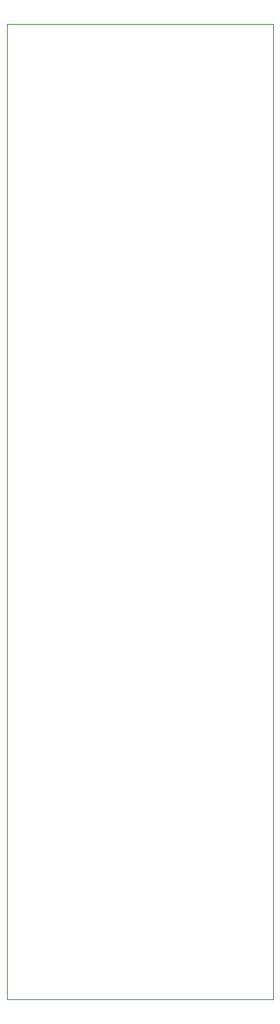
<source format=gbr>
%TF.GenerationSoftware,KiCad,Pcbnew,(5.1.9)-1*%
%TF.CreationDate,2021-03-03T00:59:23+01:00*%
%TF.ProjectId,Hands of Svarog,48616e64-7320-46f6-9620-537661726f67,rev?*%
%TF.SameCoordinates,Original*%
%TF.FileFunction,Profile,NP*%
%FSLAX46Y46*%
G04 Gerber Fmt 4.6, Leading zero omitted, Abs format (unit mm)*
G04 Created by KiCad (PCBNEW (5.1.9)-1) date 2021-03-03 00:59:23*
%MOMM*%
%LPD*%
G01*
G04 APERTURE LIST*
%TA.AperFunction,Profile*%
%ADD10C,0.050000*%
%TD*%
G04 APERTURE END LIST*
D10*
X76700000Y-136080000D02*
X76700000Y-29400000D01*
X105910000Y-136080000D02*
X76700000Y-136080000D01*
X105910000Y-29400000D02*
X105910000Y-136080000D01*
X76700000Y-29400000D02*
X105910000Y-29400000D01*
M02*

</source>
